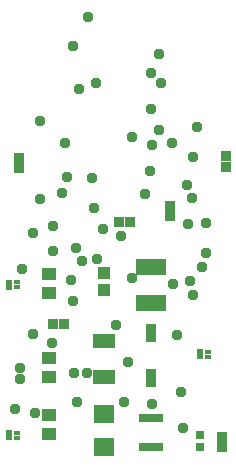
<source format=gbr>
G04 EAGLE Gerber RS-274X export*
G75*
%MOMM*%
%FSLAX34Y34*%
%LPD*%
%INSoldermask Bottom*%
%IPPOS*%
%AMOC8*
5,1,8,0,0,1.08239X$1,22.5*%
G01*
G04 Define Apertures*
%ADD10R,0.823200X0.853200*%
%ADD11R,1.953200X1.303200*%
%ADD12R,0.603200X0.453200*%
%ADD13R,0.603200X0.903200*%
%ADD14R,1.153200X1.103200*%
%ADD15R,1.703200X1.603200*%
%ADD16R,2.103200X0.703200*%
%ADD17R,0.703200X0.678200*%
%ADD18R,1.003200X1.003200*%
%ADD19R,0.853200X0.823200*%
%ADD20R,0.823200X0.823200*%
%ADD21R,0.953200X1.553200*%
%ADD22R,2.503200X1.433200*%
%ADD23C,0.959600*%
D10*
X196652Y254025D03*
X196652Y262825D03*
D11*
X93980Y106440D03*
X93980Y76440D03*
D12*
X181720Y97500D03*
X181720Y93000D03*
D13*
X174720Y95250D03*
D14*
X46990Y75820D03*
X46990Y91820D03*
D12*
X20430Y28920D03*
X20430Y24420D03*
D13*
X13430Y26670D03*
D14*
X46990Y27560D03*
X46990Y43560D03*
D15*
X93980Y44450D03*
X93980Y16450D03*
D10*
X193717Y16535D03*
X193717Y25335D03*
D16*
X133918Y41710D03*
X133918Y16710D03*
D17*
X175382Y17085D03*
X175382Y27325D03*
D12*
X20430Y156555D03*
X20430Y152055D03*
D13*
X13430Y154305D03*
D14*
X46990Y146940D03*
X46990Y162940D03*
D18*
X93980Y149388D03*
X93980Y164388D03*
D19*
X106705Y207010D03*
X115505Y207010D03*
D20*
X149241Y212015D03*
X149241Y221015D03*
X59765Y120930D03*
X50765Y120930D03*
X21837Y261695D03*
X21837Y252695D03*
D21*
X133918Y74980D03*
X133918Y112980D03*
D22*
X133918Y138970D03*
X133918Y168970D03*
D23*
X67056Y356108D03*
X172748Y288036D03*
X140208Y284988D03*
X133123Y333728D03*
X168078Y227330D03*
X139954Y349250D03*
X142240Y324612D03*
X117348Y278892D03*
X128778Y231140D03*
X110490Y55118D03*
X22860Y83820D03*
X67310Y140462D03*
X68580Y79248D03*
X134112Y52832D03*
X62230Y245110D03*
X133858Y302768D03*
X134112Y272796D03*
X150876Y274320D03*
X60960Y274066D03*
X152400Y154686D03*
X114300Y88392D03*
X22860Y74676D03*
X39624Y227076D03*
X169164Y262128D03*
X80264Y381109D03*
X164333Y239009D03*
X71120Y55118D03*
X86868Y324612D03*
X72390Y320294D03*
X85344Y219456D03*
X79248Y79248D03*
X168909Y145597D03*
X35024Y45720D03*
X108204Y195072D03*
X83820Y244376D03*
X50292Y182880D03*
X50292Y204216D03*
X103632Y120142D03*
X132842Y250444D03*
X75494Y173946D03*
X117348Y160020D03*
X18260Y48774D03*
X160528Y32766D03*
X159258Y63754D03*
X155448Y111252D03*
X176784Y169164D03*
X166116Y156972D03*
X92964Y201168D03*
X69855Y185470D03*
X33528Y112776D03*
X49784Y104902D03*
X179832Y181356D03*
X180242Y206784D03*
X33528Y198120D03*
X87630Y176276D03*
X165058Y205740D03*
X57912Y232156D03*
X65532Y158496D03*
X24384Y167640D03*
X39116Y292862D03*
M02*

</source>
